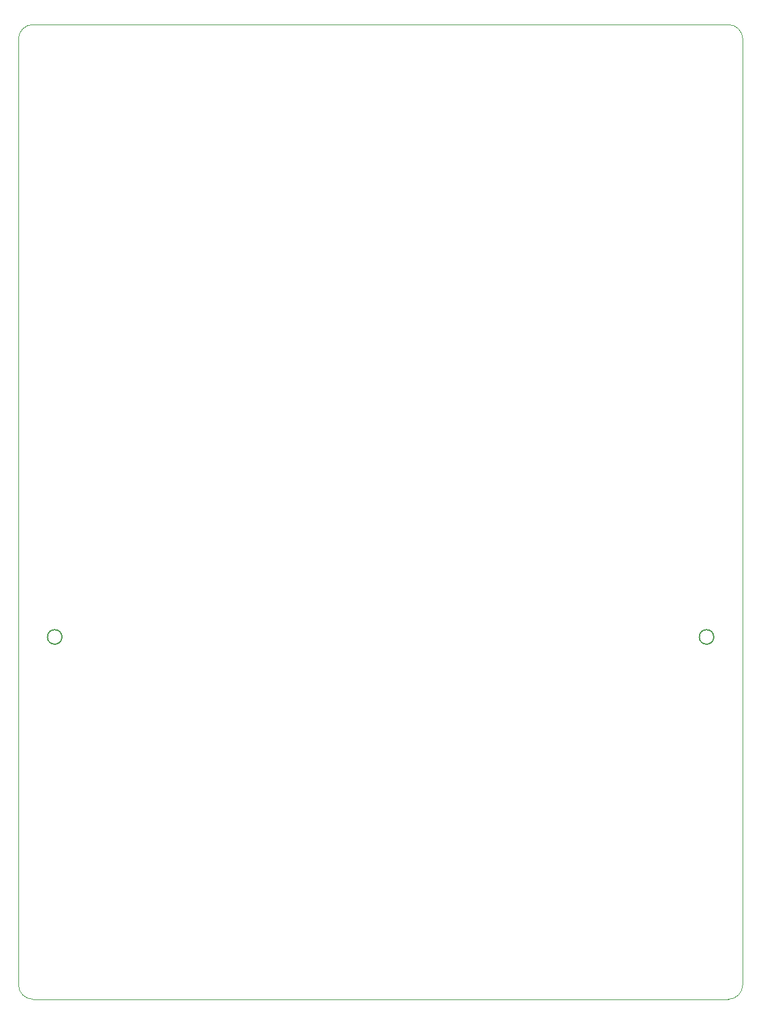
<source format=gbr>
%TF.GenerationSoftware,KiCad,Pcbnew,(6.0.7)*%
%TF.CreationDate,2023-05-25T00:24:43-04:00*%
%TF.ProjectId,Big_Keys_Keyboard,4269675f-4b65-4797-935f-4b6579626f61,rev?*%
%TF.SameCoordinates,Original*%
%TF.FileFunction,Profile,NP*%
%FSLAX46Y46*%
G04 Gerber Fmt 4.6, Leading zero omitted, Abs format (unit mm)*
G04 Created by KiCad (PCBNEW (6.0.7)) date 2023-05-25 00:24:43*
%MOMM*%
%LPD*%
G01*
G04 APERTURE LIST*
%TA.AperFunction,Profile*%
%ADD10C,0.100000*%
%TD*%
%TA.AperFunction,Profile*%
%ADD11C,0.150000*%
%TD*%
G04 APERTURE END LIST*
D10*
X176000000Y-40500000D02*
X176000000Y-171000000D01*
X174000000Y-173000000D02*
X78000000Y-173000000D01*
D11*
X82000000Y-123000000D02*
G75*
G03*
X82000000Y-123000000I-1000000J0D01*
G01*
D10*
X78000000Y-38500000D02*
G75*
G03*
X76000000Y-40500000I0J-2000000D01*
G01*
X78000000Y-38500000D02*
X174000000Y-38500000D01*
X174000000Y-173000000D02*
G75*
G03*
X176000000Y-171000000I0J2000000D01*
G01*
X76000000Y-171000000D02*
G75*
G03*
X78000000Y-173000000I2000000J0D01*
G01*
X76000000Y-171000000D02*
X76000000Y-40500000D01*
D11*
X172000000Y-123000000D02*
G75*
G03*
X172000000Y-123000000I-1000000J0D01*
G01*
D10*
X176000000Y-40500000D02*
G75*
G03*
X174000000Y-38500000I-2000000J0D01*
G01*
M02*

</source>
